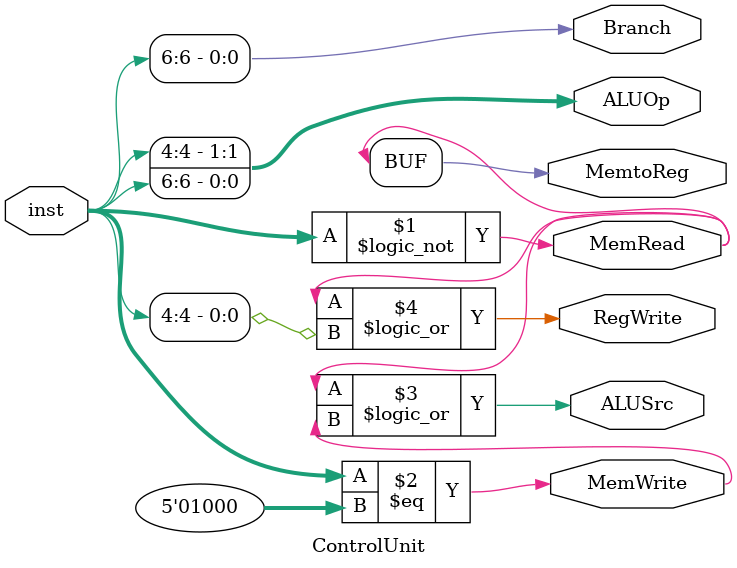
<source format=v>
`timescale 1ns / 1ps


module ControlUnit(input [6:2] inst,output Branch, output MemRead, output MemtoReg, output [1:0] ALUOp, output MemWrite, output ALUSrc, output RegWrite );
    assign Branch = inst[6];
    assign MemRead = !inst;
    assign MemtoReg = MemRead;
    assign ALUOp[1] = inst[4];
    assign ALUOp[0] = inst[6];
    assign MemWrite = (inst == 5'b01000);
    assign ALUSrc = MemRead || MemWrite;
    assign RegWrite = MemRead || inst[4];
endmodule

</source>
